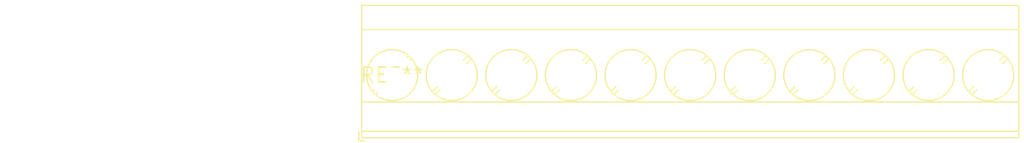
<source format=kicad_pcb>
(kicad_pcb (version 20240108) (generator pcbnew)
  (layers (0 "F.Cu" signal) (31 "B.Cu" signal) (34 "B.Paste" user) (35 "F.Paste" user) (36 "B.SilkS" user "B.Silkscreen") (37 "F.SilkS" user "F.Silkscreen") (38 "B.Mask" user) (39 "F.Mask" user) (44 "Edge.Cuts" user))
  (net 0 "")
  (footprint "TerminalBlock_Phoenix_MKDS-3-11-5.08_1x11_P5.08mm_Horizontal" (layer "F.Cu") (at 0 0)
    (property "Reference" "REF**")
    (property "Value" "TerminalBlock_Phoenix_MKDS-3-11-5.08_1x11_P5.08mm_Horizontal")
    (fp_line (start -2.84 4.86) (end -2.84 5.6) (layer "F.SilkS") (stroke (width 0.12)))
    (fp_line (start -2.84 5.6) (end -2.34 5.6) (layer "F.SilkS") (stroke (width 0.12)))
    (fp_line (start -2.6 -5.96) (end -2.6 5.36) (layer "F.SilkS") (stroke (width 0.12)))
    (fp_line (start -2.6 -5.96) (end 53.4 -5.96) (layer "F.SilkS") (stroke (width 0.12)))
    (fp_line (start -2.6 -3.9) (end 53.4 -3.9) (layer "F.SilkS") (stroke (width 0.12)))
    (fp_line (start -2.6 2.3) (end 53.4 2.3) (layer "F.SilkS") (stroke (width 0.12)))
    (fp_line (start -2.6 4.8) (end 53.4 4.8) (layer "F.SilkS") (stroke (width 0.12)))
    (fp_line (start -2.6 5.36) (end 53.4 5.36) (layer "F.SilkS") (stroke (width 0.12)))
    (fp_line (start -1.548 1.281) (end -1.654 1.388) (layer "F.SilkS") (stroke (width 0.12)))
    (fp_line (start -1.282 1.547) (end -1.388 1.654) (layer "F.SilkS") (stroke (width 0.12)))
    (fp_line (start 1.388 -1.654) (end 1.281 -1.547) (layer "F.SilkS") (stroke (width 0.12)))
    (fp_line (start 1.654 -1.388) (end 1.547 -1.281) (layer "F.SilkS") (stroke (width 0.12)))
    (fp_line (start 3.822 0.992) (end 3.427 1.388) (layer "F.SilkS") (stroke (width 0.12)))
    (fp_line (start 4.073 1.274) (end 3.693 1.654) (layer "F.SilkS") (stroke (width 0.12)))
    (fp_line (start 6.468 -1.654) (end 6.088 -1.274) (layer "F.SilkS") (stroke (width 0.12)))
    (fp_line (start 6.734 -1.388) (end 6.339 -0.992) (layer "F.SilkS") (stroke (width 0.12)))
    (fp_line (start 8.902 0.992) (end 8.507 1.388) (layer "F.SilkS") (stroke (width 0.12)))
    (fp_line (start 9.153 1.274) (end 8.773 1.654) (layer "F.SilkS") (stroke (width 0.12)))
    (fp_line (start 11.548 -1.654) (end 11.168 -1.274) (layer "F.SilkS") (stroke (width 0.12)))
    (fp_line (start 11.814 -1.388) (end 11.419 -0.992) (layer "F.SilkS") (stroke (width 0.12)))
    (fp_line (start 13.982 0.992) (end 13.587 1.388) (layer "F.SilkS") (stroke (width 0.12)))
    (fp_line (start 14.233 1.274) (end 13.853 1.654) (layer "F.SilkS") (stroke (width 0.12)))
    (fp_line (start 16.628 -1.654) (end 16.248 -1.274) (layer "F.SilkS") (stroke (width 0.12)))
    (fp_line (start 16.894 -1.388) (end 16.499 -0.992) (layer "F.SilkS") (stroke (width 0.12)))
    (fp_line (start 19.062 0.992) (end 18.667 1.388) (layer "F.SilkS") (stroke (width 0.12)))
    (fp_line (start 19.313 1.274) (end 18.933 1.654) (layer "F.SilkS") (stroke (width 0.12)))
    (fp_line (start 21.708 -1.654) (end 21.328 -1.274) (layer "F.SilkS") (stroke (width 0.12)))
    (fp_line (start 21.974 -1.388) (end 21.579 -0.992) (layer "F.SilkS") (stroke (width 0.12)))
    (fp_line (start 24.142 0.992) (end 23.747 1.388) (layer "F.SilkS") (stroke (width 0.12)))
    (fp_line (start 24.393 1.274) (end 24.013 1.654) (layer "F.SilkS") (stroke (width 0.12)))
    (fp_line (start 26.788 -1.654) (end 26.408 -1.274) (layer "F.SilkS") (stroke (width 0.12)))
    (fp_line (start 27.054 -1.388) (end 26.659 -0.992) (layer "F.SilkS") (stroke (width 0.12)))
    (fp_line (start 29.222 0.992) (end 28.827 1.388) (layer "F.SilkS") (stroke (width 0.12)))
    (fp_line (start 29.473 1.274) (end 29.093 1.654) (layer "F.SilkS") (stroke (width 0.12)))
    (fp_line (start 31.868 -1.654) (end 31.488 -1.274) (layer "F.SilkS") (stroke (width 0.12)))
    (fp_line (start 32.134 -1.388) (end 31.739 -0.992) (layer "F.SilkS") (stroke (width 0.12)))
    (fp_line (start 34.302 0.992) (end 33.907 1.388) (layer "F.SilkS") (stroke (width 0.12)))
    (fp_line (start 34.553 1.274) (end 34.173 1.654) (layer "F.SilkS") (stroke (width 0.12)))
    (fp_line (start 36.948 -1.654) (end 36.568 -1.274) (layer "F.SilkS") (stroke (width 0.12)))
    (fp_line (start 37.214 -1.388) (end 36.819 -0.992) (layer "F.SilkS") (stroke (width 0.12)))
    (fp_line (start 39.382 0.992) (end 38.987 1.388) (layer "F.SilkS") (stroke (width 0.12)))
    (fp_line (start 39.633 1.274) (end 39.253 1.654) (layer "F.SilkS") (stroke (width 0.12)))
    (fp_line (start 42.028 -1.654) (end 41.648 -1.274) (layer "F.SilkS") (stroke (width 0.12)))
    (fp_line (start 42.294 -1.388) (end 41.899 -0.992) (layer "F.SilkS") (stroke (width 0.12)))
    (fp_line (start 44.462 0.992) (end 44.067 1.388) (layer "F.SilkS") (stroke (width 0.12)))
    (fp_line (start 44.713 1.274) (end 44.333 1.654) (layer "F.SilkS") (stroke (width 0.12)))
    (fp_line (start 47.108 -1.654) (end 46.728 -1.274) (layer "F.SilkS") (stroke (width 0.12)))
    (fp_line (start 47.374 -1.388) (end 46.979 -0.992) (layer "F.SilkS") (stroke (width 0.12)))
    (fp_line (start 49.542 0.992) (end 49.147 1.388) (layer "F.SilkS") (stroke (width 0.12)))
    (fp_line (start 49.793 1.274) (end 49.413 1.654) (layer "F.SilkS") (stroke (width 0.12)))
    (fp_line (start 52.188 -1.654) (end 51.808 -1.274) (layer "F.SilkS") (stroke (width 0.12)))
    (fp_line (start 52.454 -1.388) (end 52.059 -0.992) (layer "F.SilkS") (stroke (width 0.12)))
    (fp_line (start 53.4 -5.96) (end 53.4 5.36) (layer "F.SilkS") (stroke (width 0.12)))
    (fp_circle (center 0 0) (end 2.18 0) (layer "F.SilkS") (stroke (width 0.12)) (fill none))
    (fp_circle (center 5.08 0) (end 7.26 0) (layer "F.SilkS") (stroke (width 0.12)) (fill none))
    (fp_circle (center 10.16 0) (end 12.34 0) (layer "F.SilkS") (stroke (width 0.12)) (fill none))
    (fp_circle (center 15.24 0) (end 17.42 0) (layer "F.SilkS") (stroke (width 0.12)) (fill none))
    (fp_circle (center 20.32 0) (end 22.5 0) (layer "F.SilkS") (stroke (width 0.12)) (fill none))
    (fp_circle (center 25.4 0) (end 27.58 0) (layer "F.SilkS") (stroke (width 0.12)) (fill none))
    (fp_circle (center 30.48 0) (end 32.66 0) (layer "F.SilkS") (stroke (width 0.12)) (fill none))
    (fp_circle (center 35.56 0) (end 37.74 0) (layer "F.SilkS") (stroke (width 0.12)) (fill none))
    (fp_circle (center 40.64 0) (end 42.82 0) (layer "F.SilkS") (stroke (width 0.12)) (fill none))
    (fp_circle (center 45.72 0) (end 47.9 0) (layer "F.SilkS") (stroke (width 0.12)) (fill none))
    (fp_circle (center 50.8 0) (end 52.98 0) (layer "F.SilkS") (stroke (width 0.12)) (fill none))
    (pad "1" thru_hole rect (at 0 0) (size 2.6 2.6) (drill 1.3) (layers *.Cu *.Mask) (remove_unused_layers))
    (pad "2" thru_hole circle (at 5.08 0) (size 2.6 2.6) (drill 1.3) (layers *.Cu *.Mask) (remove_unused_layers))
    (pad "3" thru_hole circle (at 10.16 0) (size 2.6 2.6) (drill 1.3) (layers *.Cu *.Mask) (remove_unused_layers))
    (pad "4" thru_hole circle (at 15.24 0) (size 2.6 2.6) (drill 1.3) (layers *.Cu *.Mask) (remove_unused_layers))
    (pad "5" thru_hole circle (at 20.32 0) (size 2.6 2.6) (drill 1.3) (layers *.Cu *.Mask) (remove_unused_layers))
    (pad "6" thru_hole circle (at 25.4 0) (size 2.6 2.6) (drill 1.3) (layers *.Cu *.Mask) (remove_unused_layers))
    (pad "7" thru_hole circle (at 30.48 0) (size 2.6 2.6) (drill 1.3) (layers *.Cu *.Mask) (remove_unused_layers))
    (pad "8" thru_hole circle (at 35.56 0) (size 2.6 2.6) (drill 1.3) (layers *.Cu *.Mask) (remove_unused_layers))
    (pad "9" thru_hole circle (at 40.64 0) (size 2.6 2.6) (drill 1.3) (layers *.Cu *.Mask) (remove_unused_layers))
    (pad "10" thru_hole circle (at 45.72 0) (size 2.6 2.6) (drill 1.3) (layers *.Cu *.Mask) (remove_unused_layers))
    (pad "11" thru_hole circle (at 50.8 0) (size 2.6 2.6) (drill 1.3) (layers *.Cu *.Mask) (remove_unused_layers))
  )
)
</source>
